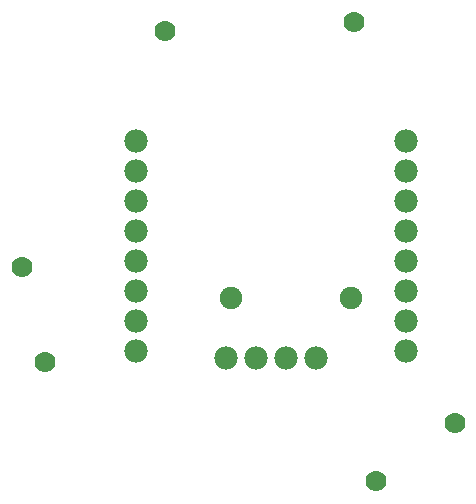
<source format=gbl>
G04 MADE WITH FRITZING*
G04 WWW.FRITZING.ORG*
G04 DOUBLE SIDED*
G04 HOLES PLATED*
G04 CONTOUR ON CENTER OF CONTOUR VECTOR*
%ASAXBY*%
%FSLAX23Y23*%
%MOIN*%
%OFA0B0*%
%SFA1.0B1.0*%
%ADD10C,0.070000*%
%ADD11C,0.077778*%
%ADD12C,0.078000*%
%ADD13C,0.075000*%
%LNCOPPER0*%
G90*
G70*
G54D10*
X533Y1640D03*
X1164Y1669D03*
X133Y537D03*
X1237Y138D03*
X56Y853D03*
X1499Y333D03*
G54D11*
X1336Y1273D03*
X1336Y1173D03*
X1336Y1073D03*
X1336Y973D03*
X1336Y873D03*
X1336Y773D03*
X1336Y673D03*
X1336Y573D03*
X436Y573D03*
X436Y673D03*
X436Y773D03*
X436Y873D03*
X436Y973D03*
X436Y1073D03*
X436Y1173D03*
X436Y1273D03*
X1336Y1273D03*
X1336Y1173D03*
X1336Y1073D03*
X1336Y973D03*
X1336Y873D03*
X1336Y773D03*
X1336Y673D03*
X1336Y573D03*
X436Y573D03*
X436Y673D03*
X436Y773D03*
X436Y873D03*
X436Y973D03*
X436Y1073D03*
X436Y1173D03*
X436Y1273D03*
G54D12*
X736Y549D03*
X836Y549D03*
X936Y549D03*
X1036Y549D03*
G54D13*
X753Y749D03*
X1153Y749D03*
G04 End of Copper0*
M02*
</source>
